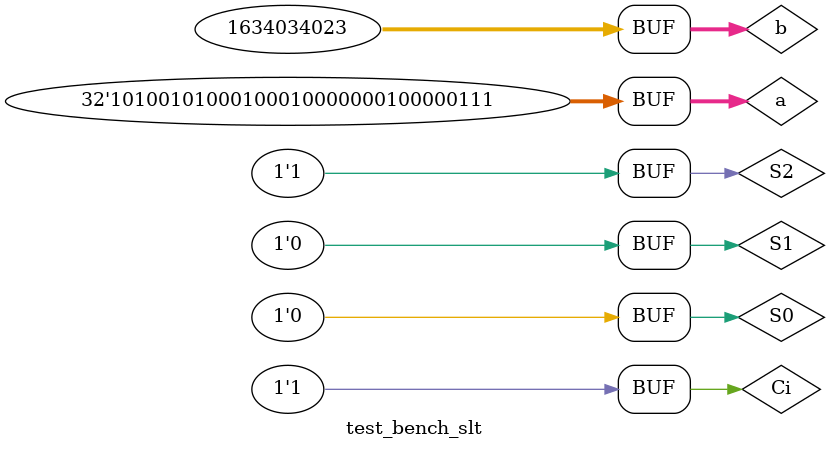
<source format=v>
`define DELAY 20
module test_bench_slt();
reg [31:0]a,b; 
reg S0,S1,S2,Ci;
wire [31:0]F;
wire Co;
alu_32_bit ahmet (a, b,S0,S1,S2,Ci,F,Co);

initial begin
a = 32'b01000001000000010000000100000001; b = 32'b00100001011000010110000101100001; Ci=1'b1;  S0 = 1'b0; S1 = 1'b0; S2 = 1'b1;
#`DELAY;

a = 32'b00000001000000010000000100001111; b = 32'b11100001001000010110000001100001; Ci=1'b1;  S0 = 1'b0; S1 = 1'b0; S2 = 1'b1;
#`DELAY;

a = 32'b00100101000000010000000100000111; b = 32'b01100001011000010110000101100111; Ci=1'b1;  S0 = 1'b0; S1 = 1'b0; S2 = 1'b1;
#`DELAY;

a = 32'b10100101000100010000000100000111; b = 32'b01100001011001010110000101100111; Ci=1'b1;  S0 = 1'b0; S1 = 1'b0; S2 = 1'b1;
#`DELAY;

end

 
 
initial
begin
$monitor("time = %2d,a =%32b,b=%32b, B<A=%1b",$time,a,b,Co);
end
 
endmodule
</source>
